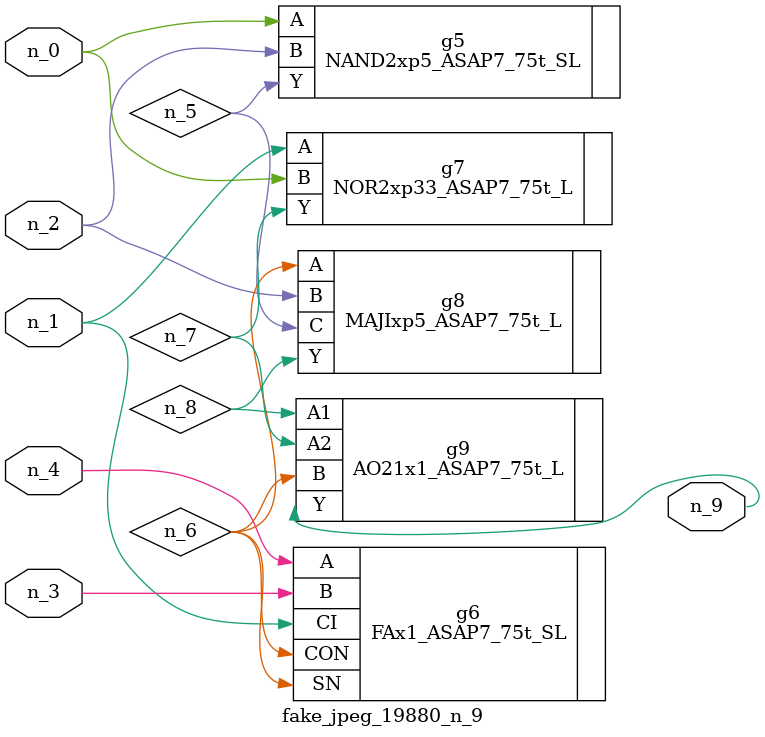
<source format=v>
module fake_jpeg_19880_n_9 (n_3, n_2, n_1, n_0, n_4, n_9);

input n_3;
input n_2;
input n_1;
input n_0;
input n_4;

output n_9;

wire n_8;
wire n_6;
wire n_5;
wire n_7;

NAND2xp5_ASAP7_75t_SL g5 ( 
.A(n_0),
.B(n_2),
.Y(n_5)
);

FAx1_ASAP7_75t_SL g6 ( 
.A(n_4),
.B(n_3),
.CI(n_1),
.CON(n_6),
.SN(n_6)
);

NOR2xp33_ASAP7_75t_L g7 ( 
.A(n_1),
.B(n_0),
.Y(n_7)
);

MAJIxp5_ASAP7_75t_L g8 ( 
.A(n_6),
.B(n_2),
.C(n_5),
.Y(n_8)
);

AO21x1_ASAP7_75t_L g9 ( 
.A1(n_8),
.A2(n_7),
.B(n_6),
.Y(n_9)
);


endmodule
</source>
